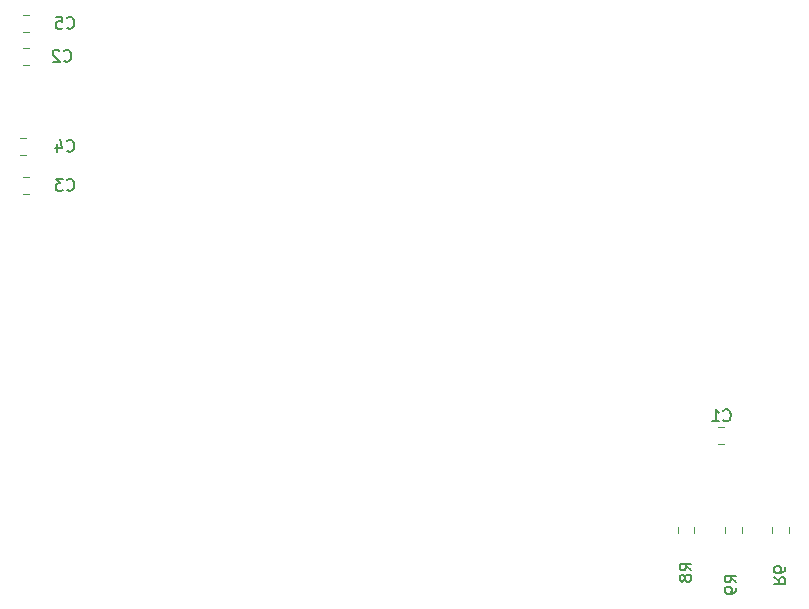
<source format=gbr>
G04 #@! TF.GenerationSoftware,KiCad,Pcbnew,5.1.5+dfsg1-2build2*
G04 #@! TF.CreationDate,2021-06-11T08:21:22+01:00*
G04 #@! TF.ProjectId,pak_breakout,70616b5f-6272-4656-916b-6f75742e6b69,rev?*
G04 #@! TF.SameCoordinates,Original*
G04 #@! TF.FileFunction,Legend,Bot*
G04 #@! TF.FilePolarity,Positive*
%FSLAX46Y46*%
G04 Gerber Fmt 4.6, Leading zero omitted, Abs format (unit mm)*
G04 Created by KiCad (PCBNEW 5.1.5+dfsg1-2build2) date 2021-06-11 08:21:22*
%MOMM*%
%LPD*%
G04 APERTURE LIST*
%ADD10C,0.120000*%
%ADD11C,0.150000*%
G04 APERTURE END LIST*
D10*
X341380578Y-229818000D02*
X340863422Y-229818000D01*
X341380578Y-228398000D02*
X340863422Y-228398000D01*
X341126578Y-240232000D02*
X340609422Y-240232000D01*
X341126578Y-238812000D02*
X340609422Y-238812000D01*
X341380578Y-243534000D02*
X340863422Y-243534000D01*
X341380578Y-242114000D02*
X340863422Y-242114000D01*
X341380578Y-232612000D02*
X340863422Y-232612000D01*
X341380578Y-231192000D02*
X340863422Y-231192000D01*
X401710000Y-271741422D02*
X401710000Y-272258578D01*
X400290000Y-271741422D02*
X400290000Y-272258578D01*
X396290000Y-272258578D02*
X396290000Y-271741422D01*
X397710000Y-272258578D02*
X397710000Y-271741422D01*
X404290000Y-272258578D02*
X404290000Y-271741422D01*
X405710000Y-272258578D02*
X405710000Y-271741422D01*
X400258578Y-264710000D02*
X399741422Y-264710000D01*
X400258578Y-263290000D02*
X399741422Y-263290000D01*
D11*
X344590666Y-229465142D02*
X344638285Y-229512761D01*
X344781142Y-229560380D01*
X344876380Y-229560380D01*
X345019238Y-229512761D01*
X345114476Y-229417523D01*
X345162095Y-229322285D01*
X345209714Y-229131809D01*
X345209714Y-228988952D01*
X345162095Y-228798476D01*
X345114476Y-228703238D01*
X345019238Y-228608000D01*
X344876380Y-228560380D01*
X344781142Y-228560380D01*
X344638285Y-228608000D01*
X344590666Y-228655619D01*
X343685904Y-228560380D02*
X344162095Y-228560380D01*
X344209714Y-229036571D01*
X344162095Y-228988952D01*
X344066857Y-228941333D01*
X343828761Y-228941333D01*
X343733523Y-228988952D01*
X343685904Y-229036571D01*
X343638285Y-229131809D01*
X343638285Y-229369904D01*
X343685904Y-229465142D01*
X343733523Y-229512761D01*
X343828761Y-229560380D01*
X344066857Y-229560380D01*
X344162095Y-229512761D01*
X344209714Y-229465142D01*
X344590666Y-239879142D02*
X344638285Y-239926761D01*
X344781142Y-239974380D01*
X344876380Y-239974380D01*
X345019238Y-239926761D01*
X345114476Y-239831523D01*
X345162095Y-239736285D01*
X345209714Y-239545809D01*
X345209714Y-239402952D01*
X345162095Y-239212476D01*
X345114476Y-239117238D01*
X345019238Y-239022000D01*
X344876380Y-238974380D01*
X344781142Y-238974380D01*
X344638285Y-239022000D01*
X344590666Y-239069619D01*
X343733523Y-239307714D02*
X343733523Y-239974380D01*
X343971619Y-238926761D02*
X344209714Y-239641047D01*
X343590666Y-239641047D01*
X344590666Y-243181142D02*
X344638285Y-243228761D01*
X344781142Y-243276380D01*
X344876380Y-243276380D01*
X345019238Y-243228761D01*
X345114476Y-243133523D01*
X345162095Y-243038285D01*
X345209714Y-242847809D01*
X345209714Y-242704952D01*
X345162095Y-242514476D01*
X345114476Y-242419238D01*
X345019238Y-242324000D01*
X344876380Y-242276380D01*
X344781142Y-242276380D01*
X344638285Y-242324000D01*
X344590666Y-242371619D01*
X344257333Y-242276380D02*
X343638285Y-242276380D01*
X343971619Y-242657333D01*
X343828761Y-242657333D01*
X343733523Y-242704952D01*
X343685904Y-242752571D01*
X343638285Y-242847809D01*
X343638285Y-243085904D01*
X343685904Y-243181142D01*
X343733523Y-243228761D01*
X343828761Y-243276380D01*
X344114476Y-243276380D01*
X344209714Y-243228761D01*
X344257333Y-243181142D01*
X344336666Y-232259142D02*
X344384285Y-232306761D01*
X344527142Y-232354380D01*
X344622380Y-232354380D01*
X344765238Y-232306761D01*
X344860476Y-232211523D01*
X344908095Y-232116285D01*
X344955714Y-231925809D01*
X344955714Y-231782952D01*
X344908095Y-231592476D01*
X344860476Y-231497238D01*
X344765238Y-231402000D01*
X344622380Y-231354380D01*
X344527142Y-231354380D01*
X344384285Y-231402000D01*
X344336666Y-231449619D01*
X343955714Y-231449619D02*
X343908095Y-231402000D01*
X343812857Y-231354380D01*
X343574761Y-231354380D01*
X343479523Y-231402000D01*
X343431904Y-231449619D01*
X343384285Y-231544857D01*
X343384285Y-231640095D01*
X343431904Y-231782952D01*
X344003333Y-232354380D01*
X343384285Y-232354380D01*
X401264380Y-276439333D02*
X400788190Y-276106000D01*
X401264380Y-275867904D02*
X400264380Y-275867904D01*
X400264380Y-276248857D01*
X400312000Y-276344095D01*
X400359619Y-276391714D01*
X400454857Y-276439333D01*
X400597714Y-276439333D01*
X400692952Y-276391714D01*
X400740571Y-276344095D01*
X400788190Y-276248857D01*
X400788190Y-275867904D01*
X401264380Y-276915523D02*
X401264380Y-277106000D01*
X401216761Y-277201238D01*
X401169142Y-277248857D01*
X401026285Y-277344095D01*
X400835809Y-277391714D01*
X400454857Y-277391714D01*
X400359619Y-277344095D01*
X400312000Y-277296476D01*
X400264380Y-277201238D01*
X400264380Y-277010761D01*
X400312000Y-276915523D01*
X400359619Y-276867904D01*
X400454857Y-276820285D01*
X400692952Y-276820285D01*
X400788190Y-276867904D01*
X400835809Y-276915523D01*
X400883428Y-277010761D01*
X400883428Y-277201238D01*
X400835809Y-277296476D01*
X400788190Y-277344095D01*
X400692952Y-277391714D01*
X397454380Y-275423333D02*
X396978190Y-275090000D01*
X397454380Y-274851904D02*
X396454380Y-274851904D01*
X396454380Y-275232857D01*
X396502000Y-275328095D01*
X396549619Y-275375714D01*
X396644857Y-275423333D01*
X396787714Y-275423333D01*
X396882952Y-275375714D01*
X396930571Y-275328095D01*
X396978190Y-275232857D01*
X396978190Y-274851904D01*
X396882952Y-275994761D02*
X396835333Y-275899523D01*
X396787714Y-275851904D01*
X396692476Y-275804285D01*
X396644857Y-275804285D01*
X396549619Y-275851904D01*
X396502000Y-275899523D01*
X396454380Y-275994761D01*
X396454380Y-276185238D01*
X396502000Y-276280476D01*
X396549619Y-276328095D01*
X396644857Y-276375714D01*
X396692476Y-276375714D01*
X396787714Y-276328095D01*
X396835333Y-276280476D01*
X396882952Y-276185238D01*
X396882952Y-275994761D01*
X396930571Y-275899523D01*
X396978190Y-275851904D01*
X397073428Y-275804285D01*
X397263904Y-275804285D01*
X397359142Y-275851904D01*
X397406761Y-275899523D01*
X397454380Y-275994761D01*
X397454380Y-276185238D01*
X397406761Y-276280476D01*
X397359142Y-276328095D01*
X397263904Y-276375714D01*
X397073428Y-276375714D01*
X396978190Y-276328095D01*
X396930571Y-276280476D01*
X396882952Y-276185238D01*
X404423619Y-276010666D02*
X404899809Y-276344000D01*
X404423619Y-276582095D02*
X405423619Y-276582095D01*
X405423619Y-276201142D01*
X405376000Y-276105904D01*
X405328380Y-276058285D01*
X405233142Y-276010666D01*
X405090285Y-276010666D01*
X404995047Y-276058285D01*
X404947428Y-276105904D01*
X404899809Y-276201142D01*
X404899809Y-276582095D01*
X405423619Y-275153523D02*
X405423619Y-275344000D01*
X405376000Y-275439238D01*
X405328380Y-275486857D01*
X405185523Y-275582095D01*
X404995047Y-275629714D01*
X404614095Y-275629714D01*
X404518857Y-275582095D01*
X404471238Y-275534476D01*
X404423619Y-275439238D01*
X404423619Y-275248761D01*
X404471238Y-275153523D01*
X404518857Y-275105904D01*
X404614095Y-275058285D01*
X404852190Y-275058285D01*
X404947428Y-275105904D01*
X404995047Y-275153523D01*
X405042666Y-275248761D01*
X405042666Y-275439238D01*
X404995047Y-275534476D01*
X404947428Y-275582095D01*
X404852190Y-275629714D01*
X400166666Y-262707142D02*
X400214285Y-262754761D01*
X400357142Y-262802380D01*
X400452380Y-262802380D01*
X400595238Y-262754761D01*
X400690476Y-262659523D01*
X400738095Y-262564285D01*
X400785714Y-262373809D01*
X400785714Y-262230952D01*
X400738095Y-262040476D01*
X400690476Y-261945238D01*
X400595238Y-261850000D01*
X400452380Y-261802380D01*
X400357142Y-261802380D01*
X400214285Y-261850000D01*
X400166666Y-261897619D01*
X399214285Y-262802380D02*
X399785714Y-262802380D01*
X399500000Y-262802380D02*
X399500000Y-261802380D01*
X399595238Y-261945238D01*
X399690476Y-262040476D01*
X399785714Y-262088095D01*
M02*

</source>
